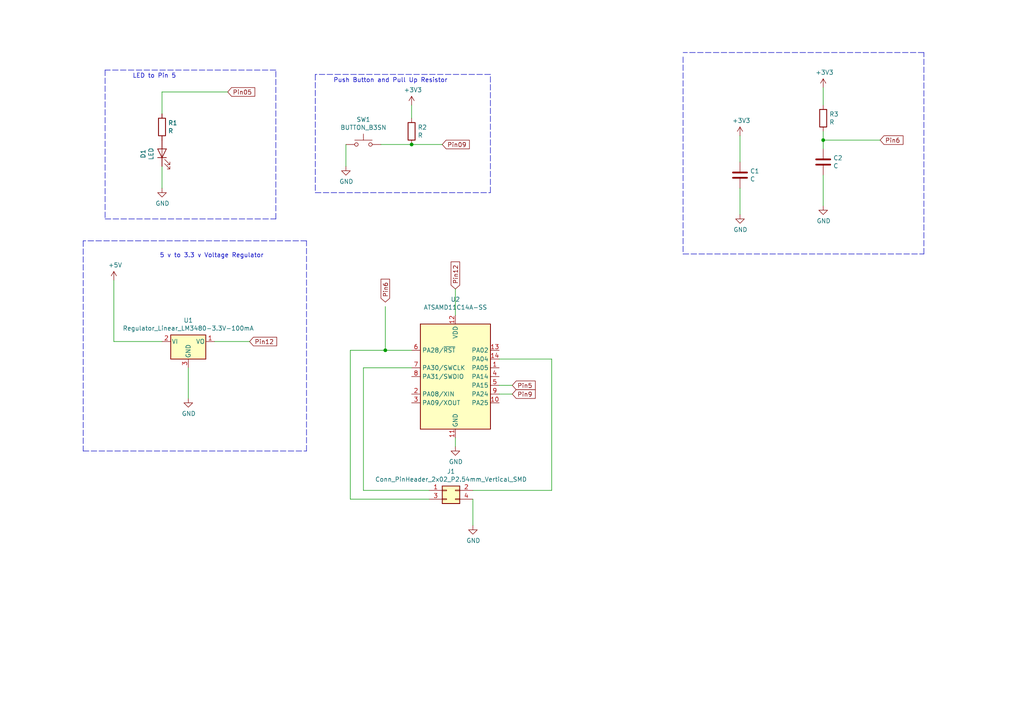
<source format=kicad_sch>
(kicad_sch (version 20211123) (generator eeschema)
  (paper "A4")
  (lib_symbols
    (symbol "MCU_Microchip_SAMD:ATSAMD11C14A-SS"
      (property "Reference" "U" (at -10.16 16.51 0))
      (property "Value" "ATSAMD11C14A-SS" (at 1.27 16.51 0))
      (symbol "ATSAMD11C14A-SS_0_1"
        (rectangle (start -10.16 15.24) (end 10.16 -15.24) (stroke (width 0.254)) (fill (type background)))
      )
      (symbol "ATSAMD11C14A-SS_1_1"
        (pin bidirectional line (at 12.7 2.54 180) (length 2.54) (name "PA05") (number "1"))
        (pin bidirectional line (at 12.7 -7.62 180) (length 2.54) (name "PA25") (number "10"))
        (pin power_in line (at 0 -17.78 90) (length 2.54) (name "GND") (number "11"))
        (pin power_in line (at 0 17.78 270) (length 2.54) (name "VDD") (number "12"))
        (pin bidirectional line (at 12.7 7.62 180) (length 2.54) (name "PA02") (number "13"))
        (pin bidirectional line (at 12.7 5.08 180) (length 2.54) (name "PA04") (number "14"))
        (pin bidirectional line (at -12.7 -5.08 0) (length 2.54) (name "PA08/XIN") (number "2"))
        (pin bidirectional line (at -12.7 -7.62 0) (length 2.54) (name "PA09/XOUT") (number "3"))
        (pin bidirectional line (at 12.7 0 180) (length 2.54) (name "PA14") (number "4"))
        (pin bidirectional line (at 12.7 -2.54 180) (length 2.54) (name "PA15") (number "5"))
        (pin bidirectional line (at -12.7 7.62 0) (length 2.54) (name "PA28/~{RST}") (number "6"))
        (pin bidirectional line (at -12.7 2.54 0) (length 2.54) (name "PA30/SWCLK") (number "7"))
        (pin bidirectional line (at -12.7 0 0) (length 2.54) (name "PA31/SWDIO") (number "8"))
        (pin bidirectional line (at 12.7 -5.08 180) (length 2.54) (name "PA24") (number "9"))
      )
    )
    (symbol "fab:BUTTON_B3SN" (pin_numbers hide) (pin_names (offset 1.016) hide)
      (property "Reference" "SW" (at 1.27 2.54 0))
      (property "Value" "fab_BUTTON_B3SN" (at 0 -1.524 0))
      (symbol "BUTTON_B3SN_0_1"
        (circle (center -2.032 0) (radius 0.508))
        (polyline (pts (xy 0 1.27) (xy 0 3.048)))
        (polyline (pts (xy 2.54 1.27) (xy -2.54 1.27)))
        (circle (center 2.032 0) (radius 0.508))
        (pin passive line (at -5.08 0 0) (length 2.54) (name "1") (number "1"))
        (pin passive line (at 5.08 0 180) (length 2.54) (name "2") (number "2"))
      )
    )
    (symbol "fab:C" (pin_numbers hide) (pin_names (offset 0.254))
      (property "Reference" "C" (at 0.635 2.54 0))
      (property "Value" "fab_C" (at 0.635 -2.54 0))
      (symbol "C_0_1"
        (polyline (pts (xy -2.032 -0.762) (xy 2.032 -0.762)) (stroke (width 0.508)))
        (polyline (pts (xy -2.032 0.762) (xy 2.032 0.762)) (stroke (width 0.508)))
      )
      (symbol "C_1_1"
        (pin passive line (at 0 3.81 270) (length 2.794) (name "~") (number "1"))
        (pin passive line (at 0 -3.81 90) (length 2.794) (name "~") (number "2"))
      )
    )
    (symbol "fab:Conn_PinHeader_2x02_P2.54mm_Vertical_SMD" (pin_names (offset 1.016) hide)
      (property "Reference" "J" (at 1.27 2.54 0))
      (property "Value" "fab_Conn_PinHeader_2x02_P2.54mm_Vertical_SMD" (at 1.27 -5.08 0))
      (symbol "Conn_PinHeader_2x02_P2.54mm_Vertical_SMD_1_1"
        (rectangle (start -1.27 -2.413) (end 0 -2.667) (stroke (width 0.1524)))
        (rectangle (start -1.27 0.127) (end 0 -0.127) (stroke (width 0.1524)))
        (rectangle (start -1.27 1.27) (end 3.81 -3.81) (stroke (width 0.254)) (fill (type background)))
        (rectangle (start 3.81 -2.413) (end 2.54 -2.667) (stroke (width 0.1524)))
        (rectangle (start 3.81 0.127) (end 2.54 -0.127) (stroke (width 0.1524)))
        (pin passive line (at -5.08 0 0) (length 3.81) (name "Pin_1") (number "1"))
        (pin passive line (at 7.62 0 180) (length 3.81) (name "Pin_2") (number "2"))
        (pin passive line (at -5.08 -2.54 0) (length 3.81) (name "Pin_3") (number "3"))
        (pin passive line (at 7.62 -2.54 180) (length 3.81) (name "Pin_4") (number "4"))
      )
    )
    (symbol "fab:LED" (pin_numbers hide) (pin_names (offset 1.016) hide)
      (property "Reference" "D" (at 0 2.54 0))
      (property "Value" "fab_LED" (at 0 -2.54 0))
      (symbol "LED_0_1"
        (polyline (pts (xy -1.27 -1.27) (xy -1.27 1.27)) (stroke (width 0.2032)))
        (polyline (pts (xy -1.27 0) (xy 1.27 0)))
        (polyline (pts (xy 1.27 -1.27) (xy 1.27 1.27) (xy -1.27 0) (xy 1.27 -1.27)) (stroke (width 0.2032)))
        (polyline (pts (xy -3.048 -0.762) (xy -4.572 -2.286) (xy -3.81 -2.286) (xy -4.572 -2.286) (xy -4.572 -1.524)))
        (polyline (pts (xy -1.778 -0.762) (xy -3.302 -2.286) (xy -2.54 -2.286) (xy -3.302 -2.286) (xy -3.302 -1.524)))
      )
      (symbol "LED_1_1"
        (pin passive line (at -3.81 0 0) (length 2.54) (name "K") (number "1"))
        (pin passive line (at 3.81 0 180) (length 2.54) (name "A") (number "2"))
      )
    )
    (symbol "fab:Power_+3V3" (power) (pin_names (offset 0))
      (property "Value" "fab_Power_+3V3" (at 0 3.556 0))
      (symbol "Power_+3V3_0_1"
        (polyline (pts (xy -0.762 1.27) (xy 0 2.54)))
        (polyline (pts (xy 0 0) (xy 0 2.54)))
        (polyline (pts (xy 0 2.54) (xy 0.762 1.27)))
      )
      (symbol "Power_+3V3_1_1"
        (pin power_in line (at 0 0 90) (length 0) hide (name "+3V3") (number "1"))
      )
    )
    (symbol "fab:Power_+5V" (power) (pin_names (offset 0))
      (property "Value" "fab_Power_+5V" (at 0 3.556 0))
      (symbol "Power_+5V_0_1"
        (polyline (pts (xy -0.762 1.27) (xy 0 2.54)))
        (polyline (pts (xy 0 0) (xy 0 2.54)))
        (polyline (pts (xy 0 2.54) (xy 0.762 1.27)))
      )
      (symbol "Power_+5V_1_1"
        (pin power_in line (at 0 0 90) (length 0) hide (name "+5V") (number "1"))
      )
    )
    (symbol "fab:Power_GND" (power) (pin_names (offset 0))
      (property "Value" "fab_Power_GND" (at 0 -3.81 0))
      (symbol "Power_GND_0_1"
        (polyline (pts (xy 0 0) (xy 0 -1.27) (xy 1.27 -1.27) (xy 0 -2.54) (xy -1.27 -1.27) (xy 0 -1.27)))
      )
      (symbol "Power_GND_1_1"
        (pin power_in line (at 0 0 270) (length 0) hide (name "GND") (number "1"))
      )
    )
    (symbol "fab:R" (pin_numbers hide) (pin_names (offset 0))
      (property "Reference" "R" (at 2.032 0 90))
      (property "Value" "fab_R" (at 0 0 90))
      (symbol "R_0_1"
        (rectangle (start -1.016 -2.54) (end 1.016 2.54) (stroke (width 0.254)))
      )
      (symbol "R_1_1"
        (pin passive line (at 0 3.81 270) (length 1.27) (name "~") (number "1"))
        (pin passive line (at 0 -3.81 90) (length 1.27) (name "~") (number "2"))
      )
    )
    (symbol "fab:Regulator_Linear_LM3480-3.3V-100mA" (pin_names (offset 0.254))
      (property "Reference" "U" (at -3.81 3.175 0))
      (property "Value" "fab_Regulator_Linear_LM3480-3.3V-100mA" (at 0 3.175 0))
      (symbol "Regulator_Linear_LM3480-3.3V-100mA_0_1"
        (rectangle (start -5.08 1.905) (end 5.08 -5.08) (stroke (width 0.254)) (fill (type background)))
      )
      (symbol "Regulator_Linear_LM3480-3.3V-100mA_1_1"
        (pin power_out line (at 7.62 0 180) (length 2.54) (name "VO") (number "1"))
        (pin power_in line (at -7.62 0 0) (length 2.54) (name "VI") (number "2"))
        (pin power_in line (at 0 -7.62 90) (length 2.54) (name "GND") (number "3"))
      )
    )
  )
  (junction (at 111.76 101.6))
  (junction (at 238.76 40.64))
  (junction (at 119.38 41.91))
  (wire (pts (xy 119.38 34.29) (xy 119.38 30.48)))
  (wire (pts (xy 238.76 40.64) (xy 255.27 40.64)))
  (polyline (pts (xy 24.13 69.85) (xy 24.13 130.81)))
  (polyline (pts (xy 30.48 63.5) (xy 80.01 63.5)))
  (wire (pts (xy 148.59 111.76) (xy 144.78 111.76)))
  (wire (pts (xy 160.02 142.24) (xy 160.02 104.14)))
  (wire (pts (xy 132.08 127) (xy 132.08 129.54)))
  (wire (pts (xy 101.6 144.78) (xy 101.6 101.6)))
  (polyline (pts (xy 80.01 20.32) (xy 30.48 20.32)))
  (polyline (pts (xy 142.24 55.88) (xy 142.24 21.59)))
  (wire (pts (xy 46.99 26.67) (xy 66.04 26.67)))
  (wire (pts (xy 105.41 142.24) (xy 105.41 106.68)))
  (wire (pts (xy 238.76 25.4) (xy 238.76 30.48)))
  (polyline (pts (xy 91.44 21.59) (xy 91.44 55.88)))
  (wire (pts (xy 148.59 114.3) (xy 144.78 114.3)))
  (wire (pts (xy 119.38 41.91) (xy 110.49 41.91)))
  (wire (pts (xy 62.23 99.06) (xy 72.39 99.06)))
  (polyline (pts (xy 91.44 55.88) (xy 142.24 55.88)))
  (wire (pts (xy 160.02 104.14) (xy 144.78 104.14)))
  (polyline (pts (xy 88.9 69.85) (xy 24.13 69.85)))
  (polyline (pts (xy 24.13 130.81) (xy 88.9 130.81)))
  (wire (pts (xy 111.76 101.6) (xy 119.38 101.6)))
  (wire (pts (xy 54.61 106.68) (xy 54.61 115.57)))
  (polyline (pts (xy 30.48 20.32) (xy 30.48 63.5)))
  (wire (pts (xy 238.76 38.1) (xy 238.76 40.64)))
  (wire (pts (xy 238.76 50.8) (xy 238.76 59.69)))
  (polyline (pts (xy 88.9 130.81) (xy 88.9 69.85)))
  (wire (pts (xy 124.46 142.24) (xy 105.41 142.24)))
  (wire (pts (xy 137.16 142.24) (xy 160.02 142.24)))
  (wire (pts (xy 214.63 54.61) (xy 214.63 62.23)))
  (wire (pts (xy 124.46 144.78) (xy 101.6 144.78)))
  (wire (pts (xy 238.76 40.64) (xy 238.76 43.18)))
  (wire (pts (xy 46.99 99.06) (xy 33.02 99.06)))
  (wire (pts (xy 105.41 106.68) (xy 119.38 106.68)))
  (polyline (pts (xy 267.97 73.66) (xy 267.97 15.24)))
  (wire (pts (xy 100.33 41.91) (xy 100.33 48.26)))
  (wire (pts (xy 33.02 81.28) (xy 33.02 99.06)))
  (wire (pts (xy 111.76 88.9) (xy 111.76 101.6)))
  (wire (pts (xy 119.38 41.91) (xy 128.27 41.91)))
  (wire (pts (xy 132.08 83.82) (xy 132.08 91.44)))
  (wire (pts (xy 46.99 33.02) (xy 46.99 26.67)))
  (polyline (pts (xy 267.97 15.24) (xy 198.12 15.24)))
  (polyline (pts (xy 142.24 21.59) (xy 91.44 21.59)))
  (wire (pts (xy 137.16 144.78) (xy 137.16 152.4)))
  (polyline (pts (xy 198.12 73.66) (xy 267.97 73.66)))
  (polyline (pts (xy 80.01 63.5) (xy 80.01 20.32)))
  (wire (pts (xy 101.6 101.6) (xy 111.76 101.6)))
  (polyline (pts (xy 198.12 16.51) (xy 198.12 73.66)))
  (wire (pts (xy 46.99 54.61) (xy 46.99 48.26)))
  (wire (pts (xy 214.63 39.37) (xy 214.63 46.99)))
  (text "5 v to 3.3 v Voltage Regulator " (at 77.47 74.93 180) (effects (font (size 1.27 1.27)) (justify right bottom)))
  (text "Push Button and Pull Up Resistor " (at 130.81 24.13 180) (effects (font (size 1.27 1.27)) (justify right bottom)))
  (text "LED to Pin 5 " (at 52.07 22.86 180) (effects (font (size 1.27 1.27)) (justify right bottom)))
  (global_label "Pin9" (shape input) (at 148.59 114.3 0) (property "Intersheet References" "${INTERSHEET_REFS}" (effects hide)))
  (global_label "Pin12" (shape input) (at 72.39 99.06 0) (property "Intersheet References" "${INTERSHEET_REFS}" (effects hide)))
  (global_label "Pin6" (shape input) (at 255.27 40.64 0) (property "Intersheet References" "${INTERSHEET_REFS}" (effects hide)))
  (global_label "Pin12" (shape input) (at 132.08 83.82 90) (property "Intersheet References" "${INTERSHEET_REFS}" (effects hide)))
  (global_label "Pin6" (shape input) (at 111.76 87.63 90) (property "Intersheet References" "${INTERSHEET_REFS}" (effects hide)))
  (global_label "Pin05" (shape input) (at 66.04 26.67 0) (property "Intersheet References" "${INTERSHEET_REFS}" (effects hide)))
  (global_label "Pin09" (shape input) (at 128.27 41.91 0) (property "Intersheet References" "${INTERSHEET_REFS}" (effects hide)))
  (global_label "Pin5" (shape input) (at 148.59 111.76 0) (property "Intersheet References" "${INTERSHEET_REFS}" (effects hide)))
  (symbol (lib_id "fab:LED") (at 46.99 44.45 90) (unit 1)
    (property "Reference" "D1" (at 41.5036 44.6278 0))
    (property "Value" "LED" (at 43.815 44.6278 0))
    (property "Footprint" "fab:LED_1206" (effects hide))
    (property "Datasheet" "https://optoelectronics.liteon.com/upload/download/DS-22-98-0002/LTST-C150CKT.pdf" (effects hide))
  )
  (symbol (lib_id "fab:R") (at 46.99 36.83 0) (unit 1)
    (property "Reference" "R1" (at 48.768 35.6616 0) (effects (justify left)))
    (property "Value" "R" (at 48.768 37.973 0) (effects (justify left)))
    (property "Footprint" "fab:R_1206" (effects hide))
  )
  (symbol (lib_id "MCU_Microchip_SAMD:ATSAMD11C14A-SS") (at 132.08 109.22 0) (unit 1)
    (property "Reference" "U2" (at 132.08 86.8426 0))
    (property "Value" "ATSAMD11C14A-SS" (at 132.08 89.154 0))
    (property "Footprint" "Package_SO:SOIC-14_3.9x8.7mm_P1.27mm" (effects hide))
    (property "Datasheet" "http://ww1.microchip.com/downloads/en/DeviceDoc/Atmel-42363-SAM-D11_Datasheet.pdf" (effects hide))
  )
  (symbol (lib_id "fab:Conn_PinHeader_2x02_P2.54mm_Vertical_SMD") (at 129.54 142.24 0) (unit 1)
    (property "Reference" "J1" (at 130.81 136.7282 0))
    (property "Value" "Conn_PinHeader_2x02_P2.54mm_Vertical_SMD" (at 130.81 139.0396 0))
    (property "Footprint" "fab:PinHeader_2x02_P2.54mm_Vertical_SMD" (effects hide))
    (property "Datasheet" "https://cdn.amphenol-icc.com/media/wysiwyg/files/drawing/95278.pdf" (effects hide))
  )
  (symbol (lib_id "fab:BUTTON_B3SN") (at 105.41 41.91 0) (unit 1)
    (property "Reference" "SW1" (at 105.41 34.671 0))
    (property "Value" "BUTTON_B3SN" (at 105.41 36.9824 0))
    (property "Footprint" "fab:Button_Omron_B3SN_6x6mm" (effects hide))
    (property "Datasheet" "https://omronfs.omron.com/en_US/ecb/products/pdf/en-b3sn.pdf" (effects hide))
  )
  (symbol (lib_id "fab:R") (at 119.38 38.1 0) (unit 1)
    (property "Reference" "R2" (at 121.158 36.9316 0) (effects (justify left)))
    (property "Value" "R" (at 121.158 39.243 0) (effects (justify left)))
    (property "Footprint" "fab:R_1206" (effects hide))
  )
  (symbol (lib_id "fab:Power_GND") (at 100.33 48.26 0) (unit 1)
    (property "Reference" "#PWR0111" (effects hide))
    (property "Value" "Power_GND" (at 100.457 52.6542 0))
  )
  (symbol (lib_id "fab:Power_+3V3") (at 119.38 30.48 0) (unit 1)
    (property "Reference" "#PWR0109" (effects hide))
    (property "Value" "Power_+3V3" (at 119.761 26.0858 0))
  )
  (symbol (lib_id "fab:Power_GND") (at 46.99 54.61 0) (unit 1)
    (property "Reference" "#PWR0110" (effects hide))
    (property "Value" "Power_GND" (at 47.117 59.0042 0))
  )
  (symbol (lib_id "fab:Regulator_Linear_LM3480-3.3V-100mA") (at 54.61 99.06 0) (unit 1)
    (property "Reference" "U1" (at 54.61 92.9132 0))
    (property "Value" "Regulator_Linear_LM3480-3.3V-100mA" (at 54.61 95.2246 0))
    (property "Footprint" "fab:SOT-23" (effects hide))
    (property "Datasheet" "https://www.ti.com/lit/ds/symlink/lm3480.pdf" (effects hide))
  )
  (symbol (lib_id "fab:Power_+5V") (at 33.02 81.28 0) (unit 1)
    (property "Reference" "#PWR0105" (effects hide))
    (property "Value" "Power_+5V" (at 33.401 76.8858 0))
  )
  (symbol (lib_id "fab:Power_GND") (at 54.61 115.57 0) (unit 1)
    (property "Reference" "#PWR0106" (effects hide))
    (property "Value" "Power_GND" (at 54.737 119.9642 0))
  )
  (symbol (lib_id "fab:Power_GND") (at 137.16 152.4 0) (unit 1)
    (property "Reference" "#PWR0107" (effects hide))
    (property "Value" "Power_GND" (at 137.287 156.7942 0))
  )
  (symbol (lib_id "fab:Power_GND") (at 132.08 129.54 0) (unit 1)
    (property "Reference" "#PWR0108" (effects hide))
    (property "Value" "Power_GND" (at 132.207 133.9342 0))
  )
  (symbol (lib_id "fab:R") (at 238.76 34.29 0) (unit 1)
    (property "Reference" "R3" (at 240.538 33.1216 0) (effects (justify left)))
    (property "Value" "R" (at 240.538 35.433 0) (effects (justify left)))
    (property "Footprint" "fab:R_1206" (effects hide))
  )
  (symbol (lib_id "fab:C") (at 214.63 50.8 0) (unit 1)
    (property "Reference" "C1" (at 217.551 49.6316 0) (effects (justify left)))
    (property "Value" "C" (at 217.551 51.943 0) (effects (justify left)))
    (property "Footprint" "fab:C_1206" (effects hide))
  )
  (symbol (lib_id "fab:C") (at 238.76 46.99 0) (unit 1)
    (property "Reference" "C2" (at 241.681 45.8216 0) (effects (justify left)))
    (property "Value" "C" (at 241.681 48.133 0) (effects (justify left)))
    (property "Footprint" "fab:C_1206" (effects hide))
  )
  (symbol (lib_id "fab:Power_+3V3") (at 214.63 39.37 0) (unit 1)
    (property "Reference" "#PWR0101" (effects hide))
    (property "Value" "Power_+3V3" (at 215.011 34.9758 0))
  )
  (symbol (lib_id "fab:Power_GND") (at 214.63 62.23 0) (unit 1)
    (property "Reference" "#PWR0104" (effects hide))
    (property "Value" "Power_GND" (at 214.757 66.6242 0))
  )
  (symbol (lib_id "fab:Power_GND") (at 238.76 59.69 0) (unit 1)
    (property "Reference" "#PWR0102" (effects hide))
    (property "Value" "Power_GND" (at 238.887 64.0842 0))
  )
  (symbol (lib_id "fab:Power_+3V3") (at 238.76 25.4 0) (unit 1)
    (property "Reference" "#PWR0103" (effects hide))
    (property "Value" "Power_+3V3" (at 239.141 21.0058 0))
  )
)
</source>
